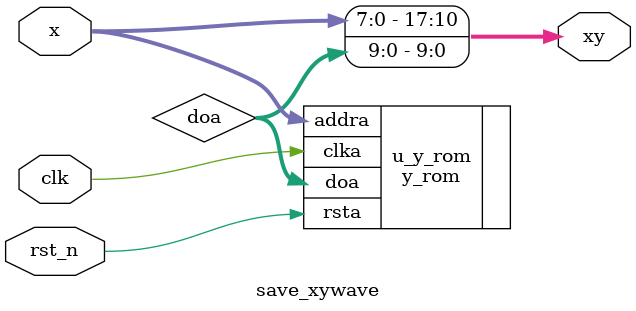
<source format=v>
module save_xywave( 
 input [9:0] x,
 input clk,rst_n,
 output [17:0] xy
); 
wire [9:0] doa;
y_rom u_y_rom
(
				.addra(x),
				.clka(clk),
				.rsta(rst_n),
				.doa(doa)				
);				
assign xy[17:0]={x, doa};				
endmodule

</source>
